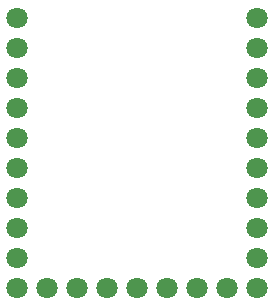
<source format=gbr>
G04 #@! TF.FileFunction,Soldermask,Bot*
%FSLAX46Y46*%
G04 Gerber Fmt 4.6, Leading zero omitted, Abs format (unit mm)*
G04 Created by KiCad (PCBNEW (2014-12-03 BZR 5311)-product) date Mon 23 Mar 2015 17:57:30 UTC*
%MOMM*%
G01*
G04 APERTURE LIST*
%ADD10C,0.100000*%
%ADD11C,1.800000*%
G04 APERTURE END LIST*
D10*
D11*
X138430000Y-92075000D03*
X138430000Y-94615000D03*
X138430000Y-97155000D03*
X138430000Y-99695000D03*
X138430000Y-102235000D03*
X138430000Y-104775000D03*
X138430000Y-107315000D03*
X138430000Y-109855000D03*
X138430000Y-112395000D03*
X138430000Y-114935000D03*
X140970000Y-114935000D03*
X143510000Y-114935000D03*
X146050000Y-114935000D03*
X148590000Y-114935000D03*
X151130000Y-114935000D03*
X153670000Y-114935000D03*
X156210000Y-114935000D03*
X158750000Y-112395000D03*
X158750000Y-109855000D03*
X158750000Y-107315000D03*
X158750000Y-104775000D03*
X158750000Y-102235000D03*
X158750000Y-99695000D03*
X158750000Y-97155000D03*
X158750000Y-94615000D03*
X158750000Y-114935000D03*
X158750000Y-92075000D03*
M02*

</source>
